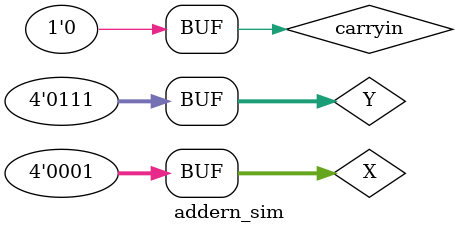
<source format=v>
`timescale 1ns / 1ps
module addern_sim;

reg carryin;
reg [3:0] X;
reg [3:0] Y;
wire [3:0] S;
wire carryout, overflow;
addern uut(carryin, X, Y, S, carryout, overflow);

initial
begin
    carryin = 0;
    X=4'b0100;
    Y=4'b0101;
    #1 
    X=4'b0001;
    #1
    Y=4'b0111;
end
endmodule

</source>
